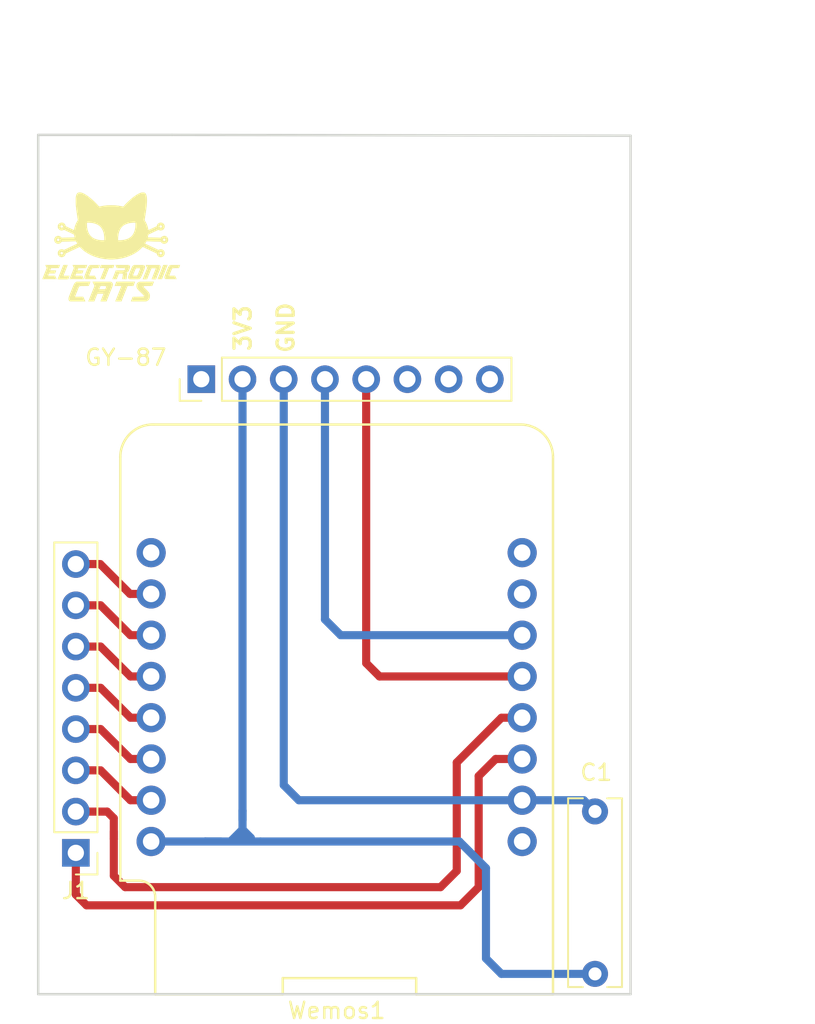
<source format=kicad_pcb>
(kicad_pcb (version 20221018) (generator pcbnew)
  (layers (0 "F.Cu" signal) (31 "B.Cu" signal) (34 "B.Paste" user) (35 "F.Paste" user) (36 "B.SilkS" user "B.Silkscreen") (37 "F.SilkS" user "F.Silkscreen") (38 "B.Mask" user) (39 "F.Mask" user) (44 "Edge.Cuts" user))
  (net 0 "")
  (net 1 "Net-(GY-87-Pad1)")
  (net 2 "Net-(GY-87-Pad6)")
  (net 3 "Net-(GY-87-Pad7)")
  (net 4 "Net-(GY-87-Pad8)")
  (net 5 "Net-(Wemos1-Pad8)")
  (net 6 "Net-(Wemos1-Pad7)")
  (net 7 "Net-(Wemos1-Pad9)")
  (net 8 "VCC")
  (net 9 "+3V3")
  (net 10 "GND")
  (net 11 "/D1")
  (net 12 "/D2")
  (net 13 "/A0")
  (net 14 "/D0")
  (net 15 "/D8")
  (net 16 "/D7")
  (net 17 "/D6")
  (net 18 "/D5")
  (net 19 "/D4")
  (net 20 "/D3")
  (footprint "Socket_Strips:Socket_Strip_Straight_1x08_Pitch2.54mm" (layer "F.Cu") (at 203.425 67.89 90)
    (fp_text reference "GY-87" (at 1.34 -4.65) (layer "F.SilkS"))
    (fp_text value "Conn_01x08")
    (pad "1" thru_hole rect (at 0 0 90) (size 1.7 1.7) (drill 1) (layers "*.Cu" "*.Mask") (net 1 "Net-(GY-87-Pad1)"))
    (pad "2" thru_hole oval (at 0 2.54 90) (size 1.7 1.7) (drill 1) (layers "*.Cu" "*.Mask") (net 9 "+3V3"))
    (pad "3" thru_hole oval (at 0 5.08 90) (size 1.7 1.7) (drill 1) (layers "*.Cu" "*.Mask") (net 10 "GND"))
    (pad "4" thru_hole oval (at 0 7.62 90) (size 1.7 1.7) (drill 1) (layers "*.Cu" "*.Mask") (net 11 "/D1"))
    (pad "5" thru_hole oval (at 0 10.16 90) (size 1.7 1.7) (drill 1) (layers "*.Cu" "*.Mask") (net 12 "/D2"))
    (pad "6" thru_hole oval (at 0 12.7 90) (size 1.7 1.7) (drill 1) (layers "*.Cu" "*.Mask") (net 2 "Net-(GY-87-Pad6)"))
    (pad "7" thru_hole oval (at 0 15.24 90) (size 1.7 1.7) (drill 1) (layers "*.Cu" "*.Mask") (net 3 "Net-(GY-87-Pad7)"))
    (pad "8" thru_hole oval (at 0 17.78 90) (size 1.7 1.7) (drill 1) (layers "*.Cu" "*.Mask") (net 4 "Net-(GY-87-Pad8)"))
  )
  (footprint "Socket_Strips:Socket_Strip_Straight_1x08_Pitch2.54mm" (layer "F.Cu") (at 195.695 97.05 180)
    (fp_text reference "J1" (at 0 -2.33 180) (layer "F.SilkS"))
    (fp_text value "Conn_01x08")
    (pad "1" thru_hole rect (at 0 0 180) (size 1.7 1.7) (drill 1) (layers "*.Cu" "*.Mask") (net 19 "/D4"))
    (pad "2" thru_hole oval (at 0 2.54 180) (size 1.7 1.7) (drill 1) (layers "*.Cu" "*.Mask") (net 20 "/D3"))
    (pad "3" thru_hole oval (at 0 5.08 180) (size 1.7 1.7) (drill 1) (layers "*.Cu" "*.Mask") (net 15 "/D8"))
    (pad "4" thru_hole oval (at 0 7.62 180) (size 1.7 1.7) (drill 1) (layers "*.Cu" "*.Mask") (net 16 "/D7"))
    (pad "5" thru_hole oval (at 0 10.16 180) (size 1.7 1.7) (drill 1) (layers "*.Cu" "*.Mask") (net 17 "/D6"))
    (pad "6" thru_hole oval (at 0 12.7 180) (size 1.7 1.7) (drill 1) (layers "*.Cu" "*.Mask") (net 18 "/D5"))
    (pad "7" thru_hole oval (at 0 15.24 180) (size 1.7 1.7) (drill 1) (layers "*.Cu" "*.Mask") (net 14 "/D0"))
    (pad "8" thru_hole oval (at 0 17.78 180) (size 1.7 1.7) (drill 1) (layers "*.Cu" "*.Mask") (net 13 "/A0"))
  )
  (footprint "wemos-d1-mini:wemos-d1-mini-connectors-only" (layer "F.Cu") (at 211.765 87.46 90)
    (fp_text reference "Wemos1" (at -19.3 0 180) (layer "F.SilkS"))
    (fp_text value "WeMos_mini")
    (pad "1" thru_hole circle (at -8.89 11.43 90) (size 1.8 1.8) (drill 1.016) (layers "*.Cu" "*.Mask") (net 8 "VCC"))
    (pad "2" thru_hole circle (at -6.35 11.43 90) (size 1.8 1.8) (drill 1.016) (layers "*.Cu" "*.Mask") (net 10 "GND"))
    (pad "3" thru_hole circle (at -3.81 11.43 90) (size 1.8 1.8) (drill 1.016) (layers "*.Cu" "*.Mask") (net 19 "/D4"))
    (pad "4" thru_hole circle (at -1.27 11.43 90) (size 1.8 1.8) (drill 1.016) (layers "*.Cu" "*.Mask") (net 20 "/D3"))
    (pad "5" thru_hole circle (at 1.27 11.43 90) (size 1.8 1.8) (drill 1.016) (layers "*.Cu" "*.Mask") (net 12 "/D2"))
    (pad "6" thru_hole circle (at 3.81 11.43 90) (size 1.8 1.8) (drill 1.016) (layers "*.Cu" "*.Mask") (net 11 "/D1"))
    (pad "7" thru_hole circle (at 6.35 11.43 90) (size 1.8 1.8) (drill 1.016) (layers "*.Cu" "*.Mask") (net 6 "Net-(Wemos1-Pad7)"))
    (pad "8" thru_hole circle (at 8.89 11.43 90) (size 1.8 1.8) (drill 1.016) (layers "*.Cu" "*.Mask") (net 5 "Net-(Wemos1-Pad8)"))
    (pad "9" thru_hole circle (at 8.89 -11.43 90) (size 1.8 1.8) (drill 1.016) (layers "*.Cu" "*.Mask") (net 7 "Net-(Wemos1-Pad9)"))
    (pad "10" thru_hole circle (at 6.35 -11.43 90) (size 1.8 1.8) (drill 1.016) (layers "*.Cu" "*.Mask") (net 13 "/A0"))
    (pad "11" thru_hole circle (at 3.81 -11.43 90) (size 1.8 1.8) (drill 1.016) (layers "*.Cu" "*.Mask") (net 14 "/D0"))
    (pad "12" thru_hole circle (at 1.27 -11.43 90) (size 1.8 1.8) (drill 1.016) (layers "*.Cu" "*.Mask") (net 18 "/D5"))
    (pad "13" thru_hole circle (at -1.27 -11.43 90) (size 1.8 1.8) (drill 1.016) (layers "*.Cu" "*.Mask") (net 17 "/D6"))
    (pad "14" thru_hole circle (at -3.81 -11.43 90) (size 1.8 1.8) (drill 1.016) (layers "*.Cu" "*.Mask") (net 16 "/D7"))
    (pad "15" thru_hole circle (at -6.35 -11.43 90) (size 1.8 1.8) (drill 1.016) (layers "*.Cu" "*.Mask") (net 15 "/D8"))
    (pad "16" thru_hole circle (at -8.89 -11.43 90) (size 1.8 1.8) (drill 1.016) (layers "*.Cu" "*.Mask") (net 9 "+3V3"))
  )
  (footprint "Capacitors_THT:C_Rect_L11.5mm_W3.2mm_P10.00mm_MKT" (layer "F.Cu") (at 227.685 104.5 90)
    (fp_text reference "C1" (at 12.4 0.07 180) (layer "F.SilkS"))
    (fp_text value "0.1uF")
    (pad "1" thru_hole circle (at 0 0 90) (size 1.6 1.6) (drill 0.8) (layers "*.Cu" "*.Mask") (net 9 "+3V3"))
    (pad "2" thru_hole circle (at 10 0 90) (size 1.6 1.6) (drill 0.8) (layers "*.Cu" "*.Mask") (net 10 "GND"))
  )
  (footprint "TIH:electronic_cats_logo_8x6" (layer "F.Cu") (at 197.875 59.75)
    (fp_text reference "G***" hide)
    (fp_text value "LOGO" hide)
  )
  (gr_line (start 193.375 52.85) (end 193.375 105.75) (stroke (width 0.15)) (layer "Edge.Cuts"))
  (gr_line (start 229.875 52.9) (end 201.625 52.85) (stroke (width 0.15)) (layer "Edge.Cuts"))
  (gr_line (start 201.625 52.85) (end 193.375 52.85) (stroke (width 0.15)) (layer "Edge.Cuts"))
  (gr_line (start 229.875 105.75) (end 229.875 52.9) (stroke (width 0.15)) (layer "Edge.Cuts"))
  (gr_line (start 193.375 105.75) (end 229.875 105.75) (stroke (width 0.15)) (layer "Edge.Cuts"))
  (gr_text "GND" (at 208.635 64.72 90) (layer "F.SilkS") (effects (font (size 1 1) (thickness 0.2))))
  (gr_text "3V3" (at 205.985 64.75 90) (layer "F.SilkS") (effects (font (size 1 1) (thickness 0.2))))
  (segment (start 221.915 104.5) (end 227.685 104.5) (width 0.5) (layer "B.Cu") (net 9))
  (segment (start 206.475 96.35) (end 206.475 96.12) (width 0.5) (layer "B.Cu") (net 9))
  (segment (start 220.965 97.99) (end 220.965 103.55) (width 0.5) (layer "B.Cu") (net 9))
  (segment (start 205.325 96.35) (end 205.945 96.35) (width 0.5) (layer "B.Cu") (net 9))
  (segment (start 205.325 96.25) (end 205.965 95.61) (width 0.5) (layer "B.Cu") (net 9))
  (segment (start 203.675 96.35) (end 204.635 96.35) (width 0.5) (layer "B.Cu") (net 9))
  (segment (start 205.325 96.35) (end 205.325 96.25) (width 0.5) (layer "B.Cu") (net 9))
  (segment (start 205.965 67.89) (end 205.965 94.46) (width 0.5) (layer "B.Cu") (net 9))
  (segment (start 200.335 96.35) (end 203.675 96.35) (width 0.5) (layer "B.Cu") (net 9))
  (segment (start 205.965 95.61) (end 205.965 96.33) (width 0.5) (layer "B.Cu") (net 9))
  (segment (start 206.475 96.35) (end 207.065 96.35) (width 0.5) (layer "B.Cu") (net 9))
  (segment (start 205.965 94.46) (end 205.965 95.61) (width 0.5) (layer "B.Cu") (net 9))
  (segment (start 205.965 96.33) (end 205.945 96.35) (width 0.5) (layer "B.Cu") (net 9))
  (segment (start 205.945 96.35) (end 206.475 96.35) (width 0.5) (layer "B.Cu") (net 9))
  (segment (start 219.325 96.35) (end 220.965 97.99) (width 0.5) (layer "B.Cu") (net 9))
  (segment (start 203.675 96.35) (end 205.325 96.35) (width 0.5) (layer "B.Cu") (net 9))
  (segment (start 220.965 103.55) (end 221.915 104.5) (width 0.5) (layer "B.Cu") (net 9))
  (segment (start 207.065 96.35) (end 219.325 96.35) (width 0.5) (layer "B.Cu") (net 9))
  (segment (start 205.965 94.46) (end 205.965 95.02) (width 0.5) (layer "B.Cu") (net 9))
  (segment (start 206.475 96.12) (end 205.965 95.61) (width 0.5) (layer "B.Cu") (net 9))
  (segment (start 223.195 93.81) (end 209.435 93.81) (width 0.5) (layer "B.Cu") (net 10))
  (segment (start 223.195 93.81) (end 226.995 93.81) (width 0.5) (layer "B.Cu") (net 10))
  (segment (start 209.435 93.81) (end 208.505 92.88) (width 0.5) (layer "B.Cu") (net 10))
  (segment (start 226.995 93.81) (end 227.685 94.5) (width 0.5) (layer "B.Cu") (net 10))
  (segment (start 208.505 92.88) (end 208.505 67.89) (width 0.5) (layer "B.Cu") (net 10))
  (segment (start 211.045 67.89) (end 211.045 82.68) (width 0.5) (layer "B.Cu") (net 11))
  (segment (start 211.045 82.68) (end 212.015 83.65) (width 0.5) (layer "B.Cu") (net 11))
  (segment (start 212.015 83.65) (end 223.195 83.65) (width 0.5) (layer "B.Cu") (net 11))
  (segment (start 213.585 85.37) (end 213.585 67.89) (width 0.5) (layer "F.Cu") (net 12))
  (segment (start 223.195 86.19) (end 214.405 86.19) (width 0.5) (layer "F.Cu") (net 12))
  (segment (start 214.405 86.19) (end 213.585 85.37) (width 0.5) (layer "F.Cu") (net 12))
  (segment (start 200.335 81.11) (end 199.035 81.11) (width 0.5) (layer "F.Cu") (net 13))
  (segment (start 199.035 81.11) (end 197.195 79.27) (width 0.5) (layer "F.Cu") (net 13))
  (segment (start 197.195 79.27) (end 195.695 79.27) (width 0.5) (layer "F.Cu") (net 13))
  (segment (start 197.222208 81.81) (end 195.695 81.81) (width 0.5) (layer "F.Cu") (net 14))
  (segment (start 199.062208 83.65) (end 197.222208 81.81) (width 0.5) (layer "F.Cu") (net 14))
  (segment (start 200.335 83.65) (end 199.062208 83.65) (width 0.5) (layer "F.Cu") (net 14))
  (segment (start 197.222208 91.97) (end 195.695 91.97) (width 0.5) (layer "F.Cu") (net 15))
  (segment (start 199.062208 93.81) (end 197.222208 91.97) (width 0.5) (layer "F.Cu") (net 15))
  (segment (start 200.335 93.81) (end 199.062208 93.81) (width 0.5) (layer "F.Cu") (net 15))
  (segment (start 199.062208 91.27) (end 197.222208 89.43) (width 0.5) (layer "F.Cu") (net 16))
  (segment (start 200.335 91.27) (end 199.062208 91.27) (width 0.5) (layer "F.Cu") (net 16))
  (segment (start 197.222208 89.43) (end 195.695 89.43) (width 0.5) (layer "F.Cu") (net 16))
  (segment (start 199.062208 88.73) (end 197.222208 86.89) (width 0.5) (layer "F.Cu") (net 17))
  (segment (start 200.335 88.73) (end 199.062208 88.73) (width 0.5) (layer "F.Cu") (net 17))
  (segment (start 197.222208 86.89) (end 195.695 86.89) (width 0.5) (layer "F.Cu") (net 17))
  (segment (start 199.062208 86.19) (end 200.335 86.19) (width 0.5) (layer "F.Cu") (net 18))
  (segment (start 195.695 84.35) (end 197.222208 84.35) (width 0.5) (layer "F.Cu") (net 18))
  (segment (start 197.222208 84.35) (end 199.062208 86.19) (width 0.5) (layer "F.Cu") (net 18))
  (segment (start 196.355 100.28) (end 195.695 99.62) (width 0.5) (layer "F.Cu") (net 19))
  (segment (start 219.395 100.28) (end 196.355 100.28) (width 0.5) (layer "F.Cu") (net 19))
  (segment (start 220.515 99.16) (end 219.395 100.28) (width 0.5) (layer "F.Cu") (net 19))
  (segment (start 220.515 92.32) (end 220.515 99.16) (width 0.5) (layer "F.Cu") (net 19))
  (segment (start 195.695 99.62) (end 195.695 97.05) (width 0.5) (layer "F.Cu") (net 19))
  (segment (start 221.565 91.27) (end 220.515 92.32) (width 0.5) (layer "F.Cu") (net 19))
  (segment (start 223.195 91.27) (end 221.565 91.27) (width 0.5) (layer "F.Cu") (net 19))
  (segment (start 221.922208 88.73) (end 219.165 91.487208) (width 0.5) (layer "F.Cu") (net 20))
  (segment (start 198.035 96.2) (end 198.035 95.72) (width 0.5) (layer "F.Cu") (net 20))
  (segment (start 195.695 94.51) (end 197.625 94.51) (width 0.5) (layer "F.Cu") (net 20))
  (segment (start 223.195 88.73) (end 221.922208 88.73) (width 0.5) (layer "F.Cu") (net 20))
  (segment (start 218.165 99.16) (end 198.735 99.16) (width 0.5) (layer "F.Cu") (net 20))
  (segment (start 219.165 98.16) (end 218.165 99.16) (width 0.5) (layer "F.Cu") (net 20))
  (segment (start 198.035 94.92) (end 198.035 96.2) (width 0.5) (layer "F.Cu") (net 20))
  (segment (start 197.625 94.51) (end 198.035 94.92) (width 0.5) (layer "F.Cu") (net 20))
  (segment (start 219.165 91.487208) (end 219.165 98.16) (width 0.5) (layer "F.Cu") (net 20))
  (segment (start 198.035 98.46) (end 198.035 96.2) (width 0.5) (layer "F.Cu") (net 20))
  (segment (start 198.735 99.16) (end 198.035 98.46) (width 0.5) (layer "F.Cu") (net 20))
)
</source>
